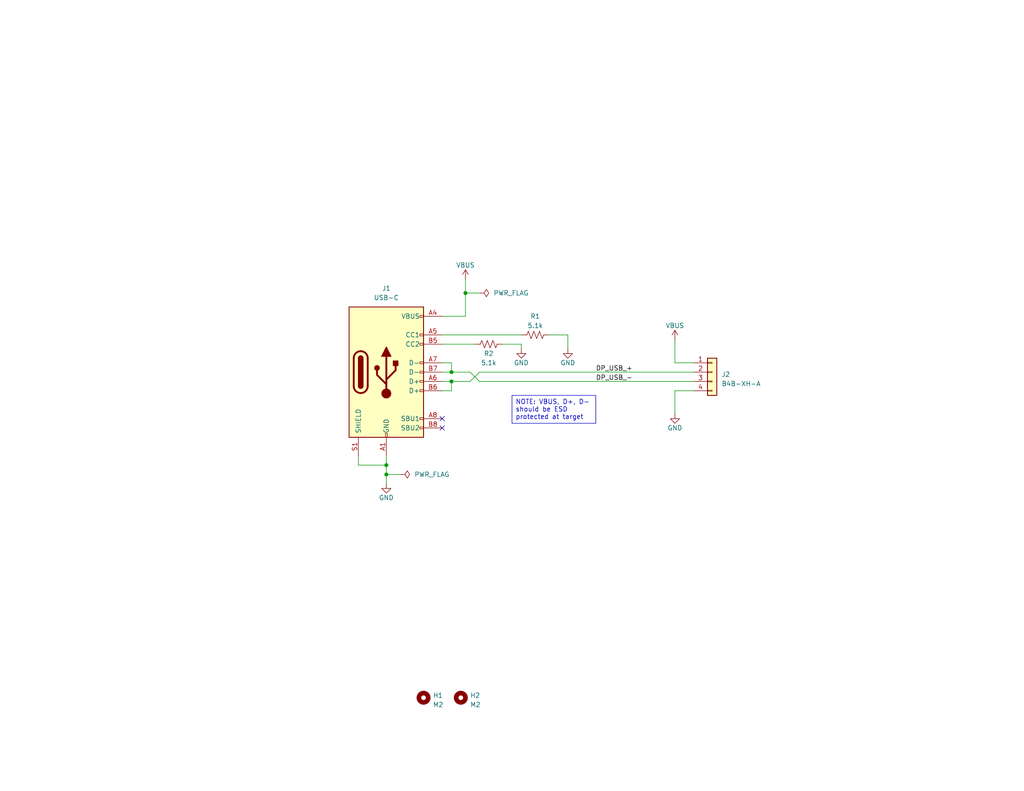
<source format=kicad_sch>
(kicad_sch (version 20250114) (generator "eeschema") (generator_version "9.0")
  (paper "A")
  (title_block (title "USB-C Breakout") (date "2023-03-13") (rev "${REV_SCH}") (comment 1 "Isaac Rex"))
  (lib_symbols
    (symbol "Connector:USB_C_Receptacle_USB2.0_16P" (pin_names (offset 1.016))
      (property "Reference" "J" (at 0 22.225 0))
      (property "Value" "USB_C_Receptacle_USB2.0_16P" (at 0 19.685 0))
      (symbol "USB_C_Receptacle_USB2.0_16P_0_0"
        (rectangle (start -0.254 -17.78) (end 0.254 -16.764))
        (rectangle (start 10.16 15.494) (end 9.144 14.986))
        (rectangle (start 10.16 10.414) (end 9.144 9.906))
        (rectangle (start 10.16 7.874) (end 9.144 7.366))
        (rectangle (start 10.16 2.794) (end 9.144 2.286))
        (rectangle (start 10.16 0.254) (end 9.144 -0.254))
        (rectangle (start 10.16 -2.286) (end 9.144 -2.794))
        (rectangle (start 10.16 -4.826) (end 9.144 -5.334))
        (rectangle (start 10.16 -12.446) (end 9.144 -12.954))
        (rectangle (start 10.16 -14.986) (end 9.144 -15.494))
      )
      (symbol "USB_C_Receptacle_USB2.0_16P_0_1"
        (rectangle (start -10.16 17.78) (end 10.16 -17.78) (stroke (width 0.254)) (fill (type background)))
        (polyline (pts (xy -8.89 -3.81) (xy -8.89 3.81)) (stroke (width 0.508)))
        (rectangle (start -7.62 -3.81) (end -6.35 3.81) (stroke (width 0.254)) (fill (type outline)))
        (arc (start -7.62 3.81) (mid -6.985 4.4423) (end -6.35 3.81) (stroke (width 0.254)))
        (arc (start -7.62 3.81) (mid -6.985 4.4423) (end -6.35 3.81) (stroke (width 0.254)) (fill (type outline)))
        (arc (start -8.89 3.81) (mid -6.985 5.7067) (end -5.08 3.81) (stroke (width 0.508)))
        (arc (start -5.08 -3.81) (mid -6.985 -5.7067) (end -8.89 -3.81) (stroke (width 0.508)))
        (arc (start -6.35 -3.81) (mid -6.985 -4.4423) (end -7.62 -3.81) (stroke (width 0.254)))
        (arc (start -6.35 -3.81) (mid -6.985 -4.4423) (end -7.62 -3.81) (stroke (width 0.254)) (fill (type outline)))
        (polyline (pts (xy -5.08 3.81) (xy -5.08 -3.81)) (stroke (width 0.508)))
        (circle (center -2.54 1.143) (radius 0.635) (stroke (width 0.254)) (fill (type outline)))
        (polyline (pts (xy -1.27 4.318) (xy 0 6.858) (xy 1.27 4.318) (xy -1.27 4.318)) (stroke (width 0.254)) (fill (type outline)))
        (polyline (pts (xy 0 -2.032) (xy 2.54 0.508) (xy 2.54 1.778)) (stroke (width 0.508)))
        (polyline (pts (xy 0 -3.302) (xy -2.54 -0.762) (xy -2.54 0.508)) (stroke (width 0.508)))
        (polyline (pts (xy 0 -5.842) (xy 0 4.318)) (stroke (width 0.508)))
        (circle (center 0 -5.842) (radius 1.27) (fill (type outline)))
        (rectangle (start 1.905 1.778) (end 3.175 3.048) (stroke (width 0.254)) (fill (type outline)))
      )
      (symbol "USB_C_Receptacle_USB2.0_16P_1_1"
        (pin passive line (at -7.62 -22.86 90) (length 5.08) (name "SHIELD") (number "S1"))
        (pin passive line (at 0 -22.86 90) (length 5.08) (name "GND") (number "A1"))
        (pin passive line (at 0 -22.86 90) (length 5.08) (hide yes) (name "GND") (number "A12"))
        (pin passive line (at 0 -22.86 90) (length 5.08) (hide yes) (name "GND") (number "B1"))
        (pin passive line (at 0 -22.86 90) (length 5.08) (hide yes) (name "GND") (number "B12"))
        (pin passive line (at 15.24 15.24 180) (length 5.08) (name "VBUS") (number "A4"))
        (pin passive line (at 15.24 15.24 180) (length 5.08) (hide yes) (name "VBUS") (number "A9"))
        (pin passive line (at 15.24 15.24 180) (length 5.08) (hide yes) (name "VBUS") (number "B4"))
        (pin passive line (at 15.24 15.24 180) (length 5.08) (hide yes) (name "VBUS") (number "B9"))
        (pin bidirectional line (at 15.24 10.16 180) (length 5.08) (name "CC1") (number "A5"))
        (pin bidirectional line (at 15.24 7.62 180) (length 5.08) (name "CC2") (number "B5"))
        (pin bidirectional line (at 15.24 2.54 180) (length 5.08) (name "D-") (number "A7"))
        (pin bidirectional line (at 15.24 0 180) (length 5.08) (name "D-") (number "B7"))
        (pin bidirectional line (at 15.24 -2.54 180) (length 5.08) (name "D+") (number "A6"))
        (pin bidirectional line (at 15.24 -5.08 180) (length 5.08) (name "D+") (number "B6"))
        (pin bidirectional line (at 15.24 -12.7 180) (length 5.08) (name "SBU1") (number "A8"))
        (pin bidirectional line (at 15.24 -15.24 180) (length 5.08) (name "SBU2") (number "B8"))
      )
    )
    (symbol "Connector_Generic:Conn_01x04" (pin_names (offset 1.016) (hide yes))
      (property "Reference" "J" (at 0 5.08 0))
      (property "Value" "Conn_01x04" (at 0 -7.62 0))
      (symbol "Conn_01x04_1_1"
        (rectangle (start -1.27 3.81) (end 1.27 -6.35) (stroke (width 0.254)) (fill (type background)))
        (rectangle (start -1.27 2.667) (end 0 2.413) (stroke (width 0.1524)))
        (rectangle (start -1.27 0.127) (end 0 -0.127) (stroke (width 0.1524)))
        (rectangle (start -1.27 -2.413) (end 0 -2.667) (stroke (width 0.1524)))
        (rectangle (start -1.27 -4.953) (end 0 -5.207) (stroke (width 0.1524)))
        (pin passive line (at -5.08 2.54 0) (length 3.81) (name "Pin_1") (number "1"))
        (pin passive line (at -5.08 0 0) (length 3.81) (name "Pin_2") (number "2"))
        (pin passive line (at -5.08 -2.54 0) (length 3.81) (name "Pin_3") (number "3"))
        (pin passive line (at -5.08 -5.08 0) (length 3.81) (name "Pin_4") (number "4"))
      )
    )
    (symbol "Device:R_US" (pin_numbers (hide yes)) (pin_names (offset 0))
      (property "Reference" "R" (at 2.54 0 90))
      (property "Value" "R_US" (at -2.54 0 90))
      (symbol "R_US_0_1"
        (polyline (pts (xy 0 2.286) (xy 0 2.54)))
        (polyline (pts (xy 0 2.286) (xy 1.016 1.905) (xy 0 1.524) (xy -1.016 1.143) (xy 0 0.762)))
        (polyline (pts (xy 0 0.762) (xy 1.016 0.381) (xy 0 0) (xy -1.016 -0.381) (xy 0 -0.762)))
        (polyline (pts (xy 0 -0.762) (xy 1.016 -1.143) (xy 0 -1.524) (xy -1.016 -1.905) (xy 0 -2.286)))
        (polyline (pts (xy 0 -2.286) (xy 0 -2.54)))
      )
      (symbol "R_US_1_1"
        (pin passive line (at 0 3.81 270) (length 1.27) (name "~") (number "1"))
        (pin passive line (at 0 -3.81 90) (length 1.27) (name "~") (number "2"))
      )
    )
    (symbol "Mechanical:MountingHole" (pin_names (offset 1.016))
      (property "Reference" "H" (at 0 5.08 0))
      (property "Value" "MountingHole" (at 0 3.175 0))
      (symbol "MountingHole_0_1"
        (circle (center 0 0) (radius 1.27) (stroke (width 1.27)))
      )
    )
    (symbol "power:GND" (power) (pin_numbers (hide yes)) (pin_names (offset 0) (hide yes))
      (property "Value" "GND" (at 0 -3.81 0))
      (symbol "GND_0_1"
        (polyline (pts (xy 0 0) (xy 0 -1.27) (xy 1.27 -1.27) (xy 0 -2.54) (xy -1.27 -1.27) (xy 0 -1.27)))
      )
      (symbol "GND_1_1"
        (pin power_in line (at 0 0 270) (length 0) (name "~") (number "1"))
      )
    )
    (symbol "power:PWR_FLAG" (power) (pin_numbers (hide yes)) (pin_names (offset 0) (hide yes))
      (property "Value" "PWR_FLAG" (at 0 3.81 0))
      (symbol "PWR_FLAG_0_0"
        (pin power_out line (at 0 0 90) (length 0) (name "~") (number "1"))
      )
      (symbol "PWR_FLAG_0_1"
        (polyline (pts (xy 0 0) (xy 0 1.27) (xy -1.016 1.905) (xy 0 2.54) (xy 1.016 1.905) (xy 0 1.27)))
      )
    )
    (symbol "power:VBUS" (power) (pin_numbers (hide yes)) (pin_names (offset 0) (hide yes))
      (property "Value" "VBUS" (at 0 3.556 0))
      (symbol "VBUS_0_1"
        (polyline (pts (xy -0.762 1.27) (xy 0 2.54)))
        (polyline (pts (xy 0 2.54) (xy 0.762 1.27)))
        (polyline (pts (xy 0 0) (xy 0 2.54)))
      )
      (symbol "VBUS_1_1"
        (pin power_in line (at 0 0 90) (length 0) (name "~") (number "1"))
      )
    )
  )
  (text_box "NOTE: VBUS, D+, D- should be ESD protected at target" (at 139.7 107.95 0) (size 22.86 7.62) (margins 0.9525 0.9525 0.9525 0.9525) (effects (font (size 1.27 1.27)) (justify left top)))
  (junction (at 123.19 101.6))
  (junction (at 105.41 129.54))
  (junction (at 105.41 127))
  (junction (at 127 80.01))
  (junction (at 123.19 104.14))
  (no_connect (at 120.65 116.84))
  (no_connect (at 120.65 114.3))
  (wire (pts (xy 123.19 101.6) (xy 128.27 101.6)))
  (wire (pts (xy 120.65 99.06) (xy 123.19 99.06)))
  (wire (pts (xy 97.79 127) (xy 97.79 124.46)))
  (wire (pts (xy 120.65 86.36) (xy 127 86.36)))
  (wire (pts (xy 105.41 129.54) (xy 109.22 129.54)))
  (wire (pts (xy 130.81 101.6) (xy 189.23 101.6)))
  (wire (pts (xy 123.19 101.6) (xy 120.65 101.6)))
  (wire (pts (xy 154.94 91.44) (xy 154.94 95.25)))
  (wire (pts (xy 123.19 99.06) (xy 123.19 101.6)))
  (wire (pts (xy 137.16 93.98) (xy 142.24 93.98)))
  (wire (pts (xy 130.81 104.14) (xy 189.23 104.14)))
  (wire (pts (xy 127 80.01) (xy 127 86.36)))
  (wire (pts (xy 127 76.2) (xy 127 80.01)))
  (wire (pts (xy 184.15 92.71) (xy 184.15 99.06)))
  (wire (pts (xy 120.65 104.14) (xy 123.19 104.14)))
  (wire (pts (xy 189.23 99.06) (xy 184.15 99.06)))
  (wire (pts (xy 105.41 129.54) (xy 105.41 132.08)))
  (wire (pts (xy 128.27 104.14) (xy 130.81 101.6)))
  (wire (pts (xy 105.41 127) (xy 97.79 127)))
  (wire (pts (xy 105.41 127) (xy 105.41 129.54)))
  (wire (pts (xy 128.27 101.6) (xy 130.81 104.14)))
  (wire (pts (xy 105.41 124.46) (xy 105.41 127)))
  (wire (pts (xy 123.19 104.14) (xy 128.27 104.14)))
  (wire (pts (xy 120.65 106.68) (xy 123.19 106.68)))
  (wire (pts (xy 123.19 106.68) (xy 123.19 104.14)))
  (wire (pts (xy 184.15 106.68) (xy 184.15 113.03)))
  (wire (pts (xy 127 80.01) (xy 130.81 80.01)))
  (wire (pts (xy 120.65 91.44) (xy 142.24 91.44)))
  (wire (pts (xy 120.65 93.98) (xy 129.54 93.98)))
  (wire (pts (xy 189.23 106.68) (xy 184.15 106.68)))
  (wire (pts (xy 142.24 93.98) (xy 142.24 95.25)))
  (wire (pts (xy 149.86 91.44) (xy 154.94 91.44)))
  (label "DP_USB_-" (at 162.56 104.14 0))
  (label "DP_USB_+" (at 162.56 101.6 0))
  (symbol (lib_id "power:GND") (at 105.41 132.08 0) (unit 1)
    (property "Reference" "#PWR02" (effects (hide yes)))
    (property "Value" "GND" (at 105.41 135.89 0))
  )
  (symbol (lib_id "power:PWR_FLAG") (at 109.22 129.54 270) (unit 1)
    (property "Reference" "#FLG02" (effects (hide yes)))
    (property "Value" "PWR_FLAG" (at 113.03 129.5399 90) (effects (justify left)))
    (property "Description" "Special symbol for telling ERC where power comes from" (effects (hide yes)))
  )
  (symbol (lib_id "power:VBUS") (at 184.15 92.71 0) (unit 1)
    (property "Reference" "#PWR04" (effects (hide yes)))
    (property "Value" "VBUS" (at 184.15 88.9 0))
  )
  (symbol (lib_id "power:GND") (at 184.15 113.03 0) (unit 1)
    (property "Reference" "#PWR03" (effects (hide yes)))
    (property "Value" "GND" (at 184.15 116.84 0))
  )
  (symbol (lib_id "power:PWR_FLAG") (at 130.81 80.01 270) (unit 1)
    (property "Reference" "#FLG01" (effects (hide yes)))
    (property "Value" "PWR_FLAG" (at 134.62 80.0099 90) (effects (justify left)))
    (property "Description" "Special symbol for telling ERC where power comes from" (effects (hide yes)))
  )
  (symbol (lib_id "Device:R_US") (at 133.35 93.98 90) (unit 1)
    (property "Reference" "R2" (at 133.35 96.52 90))
    (property "Value" "5.1k" (at 133.35 99.06 90))
    (property "Footprint" "Resistor_SMD:R_0603_1608Metric" (effects (hide yes)))
    (property "Description" "Resistor, 5.1k, 0603" (effects (hide yes)))
    (property "DigiKey PN" "CR0603-FX-5101ELFCT-ND" (effects (hide yes)))
    (property "MPN" "VENDOR SELECT" (effects (hide yes)))
  )
  (symbol (lib_id "Mechanical:MountingHole") (at 125.73 190.5 0) (unit 1) (in_bom no)
    (property "Reference" "H2" (at 128.27 189.865 0) (effects (justify left)))
    (property "Value" "M2" (at 128.27 192.405 0) (effects (justify left)))
    (property "Footprint" "MountingHole:MountingHole_2.2mm_M2" (effects (hide yes)))
  )
  (symbol (lib_id "Connector:USB_C_Receptacle_USB2.0_16P") (at 105.41 101.6 0) (unit 1)
    (property "Reference" "J1" (at 105.41 78.74 0))
    (property "Value" "USB-C" (at 105.41 81.28 0))
    (property "Footprint" "irex_Connector_USB:USB_C_Receptacle_GCT_USB4105-GF-A-060" (effects (hide yes)))
    (property "Datasheet" "https://www.usb.org/sites/default/files/documents/usb_type-c.zip" (effects (hide yes)))
    (property "Description" "USB-C Connector" (effects (hide yes)))
    (property "DigiKey PN" "2073-USB4105-GF-A-060CT-ND" (effects (hide yes)))
    (property "MPN" "USB4105-GF-A-060" (effects (hide yes)))
  )
  (symbol (lib_id "power:GND") (at 154.94 95.25 0) (unit 1)
    (property "Reference" "#PWR06" (effects (hide yes)))
    (property "Value" "GND" (at 154.94 99.06 0))
  )
  (symbol (lib_id "Mechanical:MountingHole") (at 115.57 190.5 0) (unit 1) (in_bom no)
    (property "Reference" "H1" (at 118.11 189.865 0) (effects (justify left)))
    (property "Value" "M2" (at 118.11 192.405 0) (effects (justify left)))
    (property "Footprint" "MountingHole:MountingHole_2.2mm_M2" (effects (hide yes)))
  )
  (symbol (lib_id "Device:R_US") (at 146.05 91.44 90) (unit 1)
    (property "Reference" "R1" (at 146.05 86.36 90))
    (property "Value" "5.1k" (at 146.05 88.9 90))
    (property "Footprint" "Resistor_SMD:R_0603_1608Metric" (effects (hide yes)))
    (property "Description" "Resistor, 5.1k, 0603" (effects (hide yes)))
    (property "DigiKey PN" "CR0603-FX-5101ELFCT-ND" (effects (hide yes)))
    (property "MPN" "VENDOR SELECT" (effects (hide yes)))
  )
  (symbol (lib_id "power:VBUS") (at 127 76.2 0) (unit 1)
    (property "Reference" "#PWR01" (effects (hide yes)))
    (property "Value" "VBUS" (at 127 72.39 0))
  )
  (symbol (lib_id "power:GND") (at 142.24 95.25 0) (unit 1)
    (property "Reference" "#PWR05" (effects (hide yes)))
    (property "Value" "GND" (at 142.24 99.06 0))
  )
  (symbol (lib_id "Connector_Generic:Conn_01x04") (at 194.31 101.6 0) (unit 1)
    (property "Reference" "J2" (at 196.85 102.235 0) (effects (justify left)))
    (property "Value" "B4B-XH-A" (at 196.85 104.775 0) (effects (justify left)))
    (property "Footprint" "Connector_JST:JST_XH_B4B-XH-A_1x04_P2.50mm_Vertical" (effects (hide yes)))
    (property "Description" "4-pin JST XH connector" (effects (hide yes)))
    (property "DigiKey PN" "455-2237-ND" (effects (hide yes)))
    (property "MPN" "B4B-XH-A" (effects (hide yes)))
  )
)
</source>
